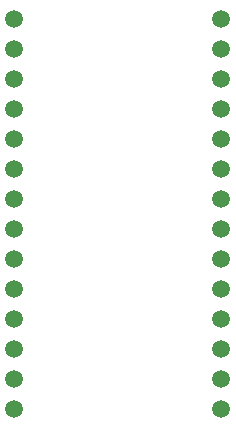
<source format=gbl>
%TF.GenerationSoftware,KiCad,Pcbnew,(7.0.0)*%
%TF.CreationDate,2023-07-16T15:36:17-04:00*%
%TF.ProjectId,luminator,6c756d69-6e61-4746-9f72-2e6b69636164,rev?*%
%TF.SameCoordinates,Original*%
%TF.FileFunction,Copper,L2,Bot*%
%TF.FilePolarity,Positive*%
%FSLAX46Y46*%
G04 Gerber Fmt 4.6, Leading zero omitted, Abs format (unit mm)*
G04 Created by KiCad (PCBNEW (7.0.0)) date 2023-07-16 15:36:17*
%MOMM*%
%LPD*%
G01*
G04 APERTURE LIST*
%TA.AperFunction,ComponentPad*%
%ADD10C,1.500000*%
%TD*%
G04 APERTURE END LIST*
D10*
X123952000Y-88900000D03*
X123952000Y-86360000D03*
X123952000Y-83820000D03*
X123952000Y-81280000D03*
X123952000Y-78740000D03*
X123952000Y-76200000D03*
X123952000Y-73660000D03*
X123952000Y-71120000D03*
X123952000Y-68580000D03*
X123952000Y-66040000D03*
X123952000Y-63500000D03*
X123952000Y-60960000D03*
X123952000Y-58420000D03*
X123952000Y-55880000D03*
X106426000Y-55880000D03*
X106426000Y-58420000D03*
X106426000Y-60960000D03*
X106426000Y-63500000D03*
X106426000Y-66040000D03*
X106426000Y-68580000D03*
X106426000Y-71120000D03*
X106426000Y-73660000D03*
X106426000Y-76200000D03*
X106426000Y-78740000D03*
X106426000Y-81280000D03*
X106426000Y-83820000D03*
X106426000Y-86360000D03*
X106426000Y-88900000D03*
M02*

</source>
